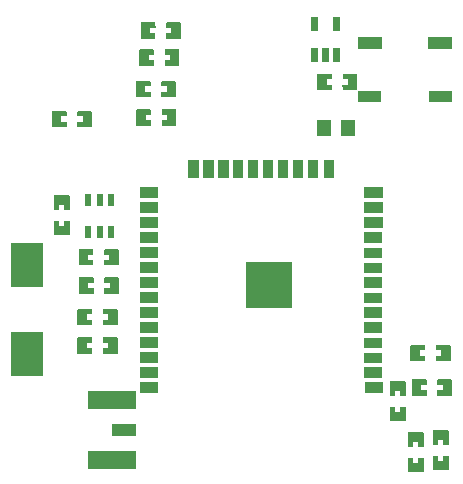
<source format=gtp>
G04 Layer: TopPasteMaskLayer*
G04 EasyEDA v6.5.1, 2022-03-21 16:47:25*
G04 955ef46bbe064569b540ea905b21d435,97f3a3507f384188ab3f8c3e8ba95b97,10*
G04 Gerber Generator version 0.2*
G04 Scale: 100 percent, Rotated: No, Reflected: No *
G04 Dimensions in millimeters *
G04 leading zeros omitted , absolute positions ,4 integer and 5 decimal *
%FSLAX45Y45*%
%MOMM*%

%ADD14R,2.0000X1.0000*%
%ADD16R,2.7000X3.7500*%
%ADD18R,1.3005X1.3995*%
%ADD20R,4.0640X1.5240*%
%ADD21R,2.0320X1.0160*%
%ADD22R,1.5494X0.9500*%
%ADD23R,0.9500X1.5494*%
%ADD24R,4.0000X4.0000*%
%ADD25R,0.5500X1.0000*%

%LPD*%
G36*
X4777790Y3741318D02*
G01*
X4772812Y3736289D01*
X4772812Y3608324D01*
X4777790Y3603294D01*
X4892802Y3603294D01*
X4897780Y3608324D01*
X4897323Y3650284D01*
X4853279Y3650284D01*
X4853279Y3695293D01*
X4898288Y3695293D01*
X4897780Y3736289D01*
X4892802Y3741318D01*
G37*
G36*
X4992776Y3741318D02*
G01*
X4987798Y3736289D01*
X4988306Y3695293D01*
X5032298Y3695293D01*
X5032298Y3650284D01*
X4987798Y3650284D01*
X4987798Y3608324D01*
X4992776Y3603294D01*
X5107787Y3603294D01*
X5112816Y3608324D01*
X5112816Y3736289D01*
X5107787Y3741318D01*
G37*
G36*
X4078224Y3012287D02*
G01*
X4073194Y3007309D01*
X4073194Y2892298D01*
X4078224Y2887319D01*
X4120184Y2887776D01*
X4120184Y2931820D01*
X4165193Y2931820D01*
X4165193Y2886811D01*
X4206189Y2887319D01*
X4211218Y2892298D01*
X4211218Y3007309D01*
X4206189Y3012287D01*
G37*
G36*
X4078224Y2797302D02*
G01*
X4073194Y2792323D01*
X4073194Y2677312D01*
X4078224Y2672283D01*
X4206189Y2672283D01*
X4211218Y2677312D01*
X4211218Y2792323D01*
X4206189Y2797302D01*
X4165193Y2796794D01*
X4165193Y2752801D01*
X4120184Y2752801D01*
X4120184Y2797302D01*
G37*
G36*
X7075424Y1005687D02*
G01*
X7070394Y1000709D01*
X7070394Y885698D01*
X7075424Y880719D01*
X7117384Y881176D01*
X7117384Y925220D01*
X7162393Y925220D01*
X7162393Y880211D01*
X7203389Y880719D01*
X7208418Y885698D01*
X7208418Y1000709D01*
X7203389Y1005687D01*
G37*
G36*
X7075424Y790702D02*
G01*
X7070394Y785723D01*
X7070394Y670712D01*
X7075424Y665683D01*
X7203389Y665683D01*
X7208418Y670712D01*
X7208418Y785723D01*
X7203389Y790702D01*
X7162393Y790194D01*
X7162393Y746201D01*
X7117384Y746201D01*
X7117384Y790702D01*
G37*
G36*
X7328306Y808888D02*
G01*
X7287310Y808380D01*
X7282281Y803402D01*
X7282281Y688390D01*
X7287310Y683412D01*
X7415275Y683412D01*
X7420305Y688390D01*
X7420305Y803402D01*
X7415275Y808380D01*
X7373315Y807923D01*
X7373315Y763879D01*
X7328306Y763879D01*
G37*
G36*
X7287310Y1023416D02*
G01*
X7282281Y1018387D01*
X7282281Y903376D01*
X7287310Y898398D01*
X7328306Y898906D01*
X7328306Y942898D01*
X7373315Y942898D01*
X7373315Y898398D01*
X7415275Y898398D01*
X7420305Y903376D01*
X7420305Y1018387D01*
X7415275Y1023416D01*
G37*
G36*
X6923024Y1437487D02*
G01*
X6917994Y1432509D01*
X6917994Y1317498D01*
X6923024Y1312519D01*
X6964984Y1312976D01*
X6964984Y1357020D01*
X7009993Y1357020D01*
X7009993Y1312011D01*
X7050989Y1312519D01*
X7056018Y1317498D01*
X7056018Y1432509D01*
X7050989Y1437487D01*
G37*
G36*
X6923024Y1222502D02*
G01*
X6917994Y1217523D01*
X6917994Y1102512D01*
X6923024Y1097483D01*
X7050989Y1097483D01*
X7056018Y1102512D01*
X7056018Y1217523D01*
X7050989Y1222502D01*
X7009993Y1221994D01*
X7009993Y1178001D01*
X6964984Y1178001D01*
X6964984Y1222502D01*
G37*
G36*
X4505198Y2556205D02*
G01*
X4500219Y2551176D01*
X4500676Y2509215D01*
X4544720Y2509215D01*
X4544720Y2464206D01*
X4499711Y2464206D01*
X4500219Y2423210D01*
X4505198Y2418181D01*
X4620209Y2418181D01*
X4625187Y2423210D01*
X4625187Y2551176D01*
X4620209Y2556205D01*
G37*
G36*
X4290212Y2556205D02*
G01*
X4285183Y2551176D01*
X4285183Y2423210D01*
X4290212Y2418181D01*
X4405223Y2418181D01*
X4410202Y2423210D01*
X4409694Y2464206D01*
X4365701Y2464206D01*
X4365701Y2509215D01*
X4410202Y2509215D01*
X4410202Y2551176D01*
X4405223Y2556205D01*
G37*
G36*
X6524498Y4042105D02*
G01*
X6519519Y4037076D01*
X6519976Y3995115D01*
X6564020Y3995115D01*
X6564020Y3950106D01*
X6519011Y3950106D01*
X6519519Y3909110D01*
X6524498Y3904081D01*
X6639509Y3904081D01*
X6644487Y3909110D01*
X6644487Y4037076D01*
X6639509Y4042105D01*
G37*
G36*
X6309512Y4042105D02*
G01*
X6304483Y4037076D01*
X6304483Y3909110D01*
X6309512Y3904081D01*
X6424523Y3904081D01*
X6429502Y3909110D01*
X6428994Y3950106D01*
X6385001Y3950106D01*
X6385001Y3995115D01*
X6429502Y3995115D01*
X6429502Y4037076D01*
X6424523Y4042105D01*
G37*
G36*
X4815890Y4477918D02*
G01*
X4810912Y4472889D01*
X4810912Y4344924D01*
X4815890Y4339894D01*
X4930902Y4339894D01*
X4935880Y4344924D01*
X4935423Y4386884D01*
X4891379Y4386884D01*
X4891379Y4431893D01*
X4936388Y4431893D01*
X4935880Y4472889D01*
X4930902Y4477918D01*
G37*
G36*
X5030876Y4477918D02*
G01*
X5025898Y4472889D01*
X5026406Y4431893D01*
X5070398Y4431893D01*
X5070398Y4386884D01*
X5025898Y4386884D01*
X5025898Y4344924D01*
X5030876Y4339894D01*
X5145887Y4339894D01*
X5150916Y4344924D01*
X5150916Y4472889D01*
X5145887Y4477918D01*
G37*
G36*
X4803190Y4249318D02*
G01*
X4798212Y4244289D01*
X4798212Y4116324D01*
X4803190Y4111294D01*
X4918202Y4111294D01*
X4923180Y4116324D01*
X4922723Y4158284D01*
X4878679Y4158284D01*
X4878679Y4203293D01*
X4923688Y4203293D01*
X4923180Y4244289D01*
X4918202Y4249318D01*
G37*
G36*
X5018176Y4249318D02*
G01*
X5013198Y4244289D01*
X5013706Y4203293D01*
X5057698Y4203293D01*
X5057698Y4158284D01*
X5013198Y4158284D01*
X5013198Y4116324D01*
X5018176Y4111294D01*
X5133187Y4111294D01*
X5138216Y4116324D01*
X5138216Y4244289D01*
X5133187Y4249318D01*
G37*
G36*
X7314387Y1745386D02*
G01*
X7309408Y1740407D01*
X7309916Y1698396D01*
X7353909Y1698396D01*
X7353909Y1653387D01*
X7308900Y1653387D01*
X7309408Y1612392D01*
X7314387Y1607413D01*
X7429398Y1607413D01*
X7434427Y1612392D01*
X7434427Y1740407D01*
X7429398Y1745386D01*
G37*
G36*
X7099401Y1745386D02*
G01*
X7094423Y1740407D01*
X7094423Y1612392D01*
X7099401Y1607413D01*
X7214412Y1607413D01*
X7219391Y1612392D01*
X7218883Y1653387D01*
X7174890Y1653387D01*
X7174890Y1698396D01*
X7219391Y1698396D01*
X7219391Y1740407D01*
X7214412Y1745386D01*
G37*
G36*
X4064101Y3726586D02*
G01*
X4059072Y3721608D01*
X4059072Y3593592D01*
X4064101Y3588613D01*
X4179112Y3588613D01*
X4184091Y3593592D01*
X4183583Y3635603D01*
X4139590Y3635603D01*
X4139590Y3680612D01*
X4184599Y3680612D01*
X4184091Y3721608D01*
X4179112Y3726586D01*
G37*
G36*
X4279087Y3726586D02*
G01*
X4274108Y3721608D01*
X4274616Y3680612D01*
X4318609Y3680612D01*
X4318609Y3635603D01*
X4274108Y3635603D01*
X4274108Y3593592D01*
X4279087Y3588613D01*
X4394098Y3588613D01*
X4399076Y3593592D01*
X4399076Y3721608D01*
X4394098Y3726586D01*
G37*
G36*
X4280001Y2050186D02*
G01*
X4274972Y2045207D01*
X4274972Y1917192D01*
X4280001Y1912213D01*
X4395012Y1912213D01*
X4399991Y1917192D01*
X4399483Y1959203D01*
X4355490Y1959203D01*
X4355490Y2004212D01*
X4400499Y2004212D01*
X4399991Y2045207D01*
X4395012Y2050186D01*
G37*
G36*
X4494987Y2050186D02*
G01*
X4490008Y2045207D01*
X4490516Y2004212D01*
X4534509Y2004212D01*
X4534509Y1959203D01*
X4490008Y1959203D01*
X4490008Y1917192D01*
X4494987Y1912213D01*
X4609998Y1912213D01*
X4614976Y1917192D01*
X4614976Y2045207D01*
X4609998Y2050186D01*
G37*
G36*
X4507687Y2316886D02*
G01*
X4502708Y2311908D01*
X4503216Y2269896D01*
X4547209Y2269896D01*
X4547209Y2224887D01*
X4502200Y2224887D01*
X4502708Y2183892D01*
X4507687Y2178913D01*
X4622698Y2178913D01*
X4627727Y2183892D01*
X4627727Y2311908D01*
X4622698Y2316886D01*
G37*
G36*
X4292701Y2316886D02*
G01*
X4287723Y2311908D01*
X4287723Y2183892D01*
X4292701Y2178913D01*
X4407712Y2178913D01*
X4412691Y2183892D01*
X4412183Y2224887D01*
X4368190Y2224887D01*
X4368190Y2269896D01*
X4412691Y2269896D01*
X4412691Y2311908D01*
X4407712Y2316886D01*
G37*
G36*
X4280001Y1808886D02*
G01*
X4274972Y1803907D01*
X4274972Y1675892D01*
X4280001Y1670913D01*
X4395012Y1670913D01*
X4399991Y1675892D01*
X4399483Y1717903D01*
X4355490Y1717903D01*
X4355490Y1762912D01*
X4400499Y1762912D01*
X4399991Y1803907D01*
X4395012Y1808886D01*
G37*
G36*
X4494987Y1808886D02*
G01*
X4490008Y1803907D01*
X4490516Y1762912D01*
X4534509Y1762912D01*
X4534509Y1717903D01*
X4490008Y1717903D01*
X4490008Y1675892D01*
X4494987Y1670913D01*
X4609998Y1670913D01*
X4614976Y1675892D01*
X4614976Y1803907D01*
X4609998Y1808886D01*
G37*
G36*
X7112101Y1453286D02*
G01*
X7107072Y1448308D01*
X7107072Y1320292D01*
X7112101Y1315313D01*
X7227112Y1315313D01*
X7232091Y1320292D01*
X7231583Y1362303D01*
X7187590Y1362303D01*
X7187590Y1407312D01*
X7232599Y1407312D01*
X7232091Y1448308D01*
X7227112Y1453286D01*
G37*
G36*
X7327087Y1453286D02*
G01*
X7322108Y1448308D01*
X7322616Y1407312D01*
X7366609Y1407312D01*
X7366609Y1362303D01*
X7322108Y1362303D01*
X7322108Y1320292D01*
X7327087Y1315313D01*
X7442098Y1315313D01*
X7447076Y1320292D01*
X7447076Y1448308D01*
X7442098Y1453286D01*
G37*
G36*
X4775301Y3980586D02*
G01*
X4770272Y3975608D01*
X4770272Y3847592D01*
X4775301Y3842613D01*
X4890312Y3842613D01*
X4895291Y3847592D01*
X4894783Y3889603D01*
X4850790Y3889603D01*
X4850790Y3934612D01*
X4895799Y3934612D01*
X4895291Y3975608D01*
X4890312Y3980586D01*
G37*
G36*
X4990287Y3980586D02*
G01*
X4985308Y3975608D01*
X4985816Y3934612D01*
X5029809Y3934612D01*
X5029809Y3889603D01*
X4985308Y3889603D01*
X4985308Y3847592D01*
X4990287Y3842613D01*
X5105298Y3842613D01*
X5110276Y3847592D01*
X5110276Y3975608D01*
X5105298Y3980586D01*
G37*
G36*
X6648297Y3898087D02*
G01*
X6848297Y3898087D01*
X6848297Y3798087D01*
X6648297Y3798087D01*
G37*
G36*
X7248499Y3898087D02*
G01*
X7448499Y3898087D01*
X7448499Y3798087D01*
X7248499Y3798087D01*
G37*
D16*
G01*
X3848100Y1667205D03*
G01*
X3848100Y2422194D03*
D14*
G01*
X7348702Y4305300D03*
G01*
X6748500Y4305300D03*
D18*
G01*
X6569456Y3581272D03*
G01*
X6359397Y3581272D03*
D20*
G01*
X4572000Y1282700D03*
G01*
X4572000Y774700D03*
D21*
G01*
X4673600Y1028700D03*
G36*
X6861606Y1337513D02*
G01*
X6706615Y1337513D01*
X6706615Y1432509D01*
X6861606Y1432509D01*
G37*
G36*
X6857415Y1464310D02*
G01*
X6702425Y1464310D01*
X6702425Y1559305D01*
X6857415Y1559305D01*
G37*
D22*
G01*
X6779945Y1638884D03*
G01*
X6779818Y1765884D03*
G36*
X6857365Y1845310D02*
G01*
X6702374Y1845310D01*
X6702374Y1940305D01*
X6857365Y1940305D01*
G37*
G36*
X6857161Y1972106D02*
G01*
X6702170Y1972106D01*
X6702170Y2067102D01*
X6857161Y2067102D01*
G37*
G01*
X6779818Y2146706D03*
G36*
X6857161Y2226335D02*
G01*
X6702170Y2226335D01*
X6702170Y2321331D01*
X6857161Y2321331D01*
G37*
G01*
X6779717Y2400706D03*
G01*
X6780072Y2527604D03*
G36*
X6857491Y2607081D02*
G01*
X6702501Y2607081D01*
X6702501Y2702077D01*
X6857491Y2702077D01*
G37*
G36*
X6704888Y2829077D02*
G01*
X6859879Y2829077D01*
X6859879Y2734081D01*
X6704888Y2734081D01*
G37*
G36*
X6704634Y2956839D02*
G01*
X6859625Y2956839D01*
X6859625Y2861843D01*
X6704634Y2861843D01*
G37*
G36*
X6704279Y3085566D02*
G01*
X6859295Y3085566D01*
X6859295Y2990570D01*
X6704279Y2990570D01*
G37*
D23*
G01*
X6402704Y3236518D03*
G01*
X6273901Y3236188D03*
G01*
X6146647Y3236188D03*
G01*
X6019723Y3236340D03*
G01*
X5892749Y3236315D03*
G01*
X5765800Y3236239D03*
G01*
X5638596Y3234486D03*
G36*
X5559323Y3312566D02*
G01*
X5559323Y3157575D01*
X5464327Y3157575D01*
X5464327Y3312566D01*
G37*
G36*
X5431840Y3310915D02*
G01*
X5431840Y3155924D01*
X5336844Y3155924D01*
X5336844Y3310915D01*
G37*
G36*
X5305247Y3311550D02*
G01*
X5305247Y3156559D01*
X5210251Y3156559D01*
X5210251Y3311550D01*
G37*
G36*
X4958156Y2226310D02*
G01*
X4803165Y2226310D01*
X4803165Y2321331D01*
X4958156Y2321331D01*
G37*
G36*
X4958257Y2353208D02*
G01*
X4803266Y2353208D01*
X4803266Y2448204D01*
X4958257Y2448204D01*
G37*
G36*
X4958206Y2480106D02*
G01*
X4803216Y2480106D01*
X4803216Y2575102D01*
X4958206Y2575102D01*
G37*
G36*
X4958283Y2607055D02*
G01*
X4803292Y2607055D01*
X4803292Y2702077D01*
X4958283Y2702077D01*
G37*
G36*
X4958257Y2734106D02*
G01*
X4803266Y2734106D01*
X4803266Y2829077D01*
X4958257Y2829077D01*
G37*
G36*
X4958079Y2861360D02*
G01*
X4803089Y2861360D01*
X4803089Y2956356D01*
X4958079Y2956356D01*
G37*
G36*
X4958206Y2988462D02*
G01*
X4803216Y2988462D01*
X4803216Y3083458D01*
X4958206Y3083458D01*
G37*
G36*
X4958156Y2099182D02*
G01*
X4803165Y2099182D01*
X4803165Y2194204D01*
X4958156Y2194204D01*
G37*
G36*
X4958257Y1972081D02*
G01*
X4803266Y1972081D01*
X4803266Y2067102D01*
X4958257Y2067102D01*
G37*
G36*
X4958156Y1845284D02*
G01*
X4803165Y1845284D01*
X4803165Y1940305D01*
X4958156Y1940305D01*
G37*
G36*
X4958156Y1718360D02*
G01*
X4803165Y1718360D01*
X4803165Y1813382D01*
X4958156Y1813382D01*
G37*
G36*
X4958156Y1591360D02*
G01*
X4803165Y1591360D01*
X4803165Y1686382D01*
X4958156Y1686382D01*
G37*
G36*
X4958156Y1464284D02*
G01*
X4803165Y1464284D01*
X4803165Y1559305D01*
X4958156Y1559305D01*
G37*
G36*
X4958156Y1337487D02*
G01*
X4803165Y1337487D01*
X4803165Y1432509D01*
X4958156Y1432509D01*
G37*
D24*
G01*
X5901004Y2254986D03*
D25*
G01*
X4368800Y2705100D03*
G01*
X4463795Y2705100D03*
G01*
X4558791Y2705100D03*
G01*
X4558791Y2975076D03*
G01*
X4368800Y2975076D03*
G01*
X4463795Y2975076D03*
G36*
X6253861Y4261104D02*
G01*
X6308979Y4261104D01*
X6308979Y4141215D01*
X6253861Y4141215D01*
G37*
G36*
X6347840Y4261104D02*
G01*
X6402959Y4261104D01*
X6402959Y4141215D01*
X6347840Y4141215D01*
G37*
G36*
X6441820Y4261104D02*
G01*
X6496938Y4261104D01*
X6496938Y4141215D01*
X6441820Y4141215D01*
G37*
G36*
X6441820Y4520184D02*
G01*
X6496938Y4520184D01*
X6496938Y4400295D01*
X6441820Y4400295D01*
G37*
G36*
X6253861Y4520184D02*
G01*
X6308979Y4520184D01*
X6308979Y4400295D01*
X6253861Y4400295D01*
G37*
M02*

</source>
